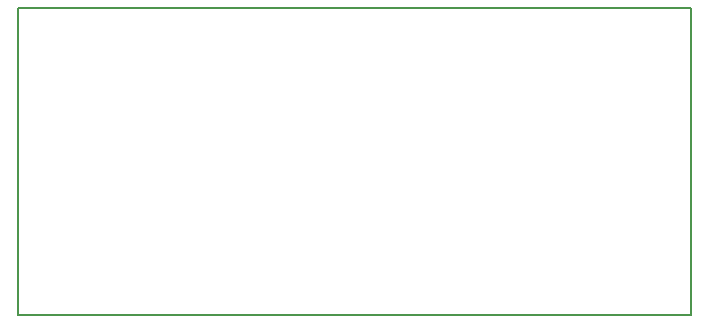
<source format=gbr>
G04 DipTrace 3.3.1.3*
G04 BoardOutline.gbr*
%MOMM*%
G04 #@! TF.FileFunction,Profile*
G04 #@! TF.Part,Single*
%ADD11C,0.14*%
%FSLAX35Y35*%
G04*
G71*
G90*
G75*
G01*
G04 BoardOutline*
%LPD*%
X-800000Y-1743120D2*
D11*
Y-4343100D1*
X4900000D1*
Y-1743120D1*
X-800000D1*
M02*

</source>
